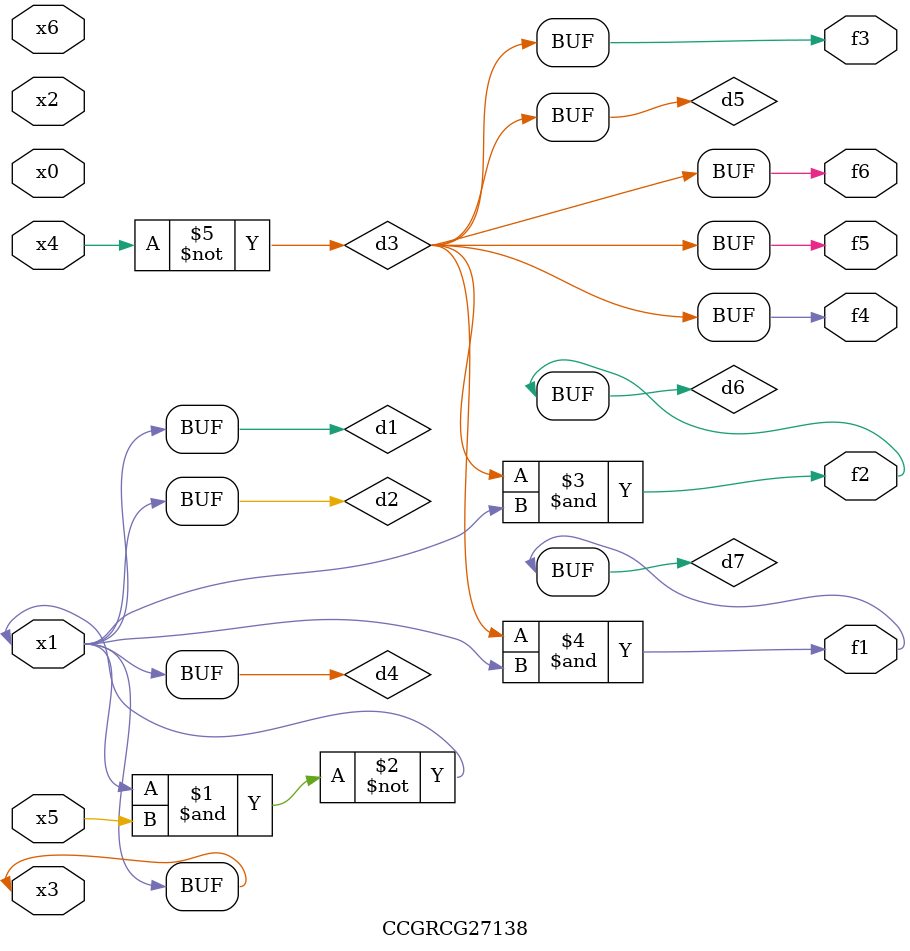
<source format=v>
module CCGRCG27138(
	input x0, x1, x2, x3, x4, x5, x6,
	output f1, f2, f3, f4, f5, f6
);

	wire d1, d2, d3, d4, d5, d6, d7;

	buf (d1, x1, x3);
	nand (d2, x1, x5);
	not (d3, x4);
	buf (d4, d1, d2);
	buf (d5, d3);
	and (d6, d3, d4);
	and (d7, d3, d4);
	assign f1 = d7;
	assign f2 = d6;
	assign f3 = d5;
	assign f4 = d5;
	assign f5 = d5;
	assign f6 = d5;
endmodule

</source>
